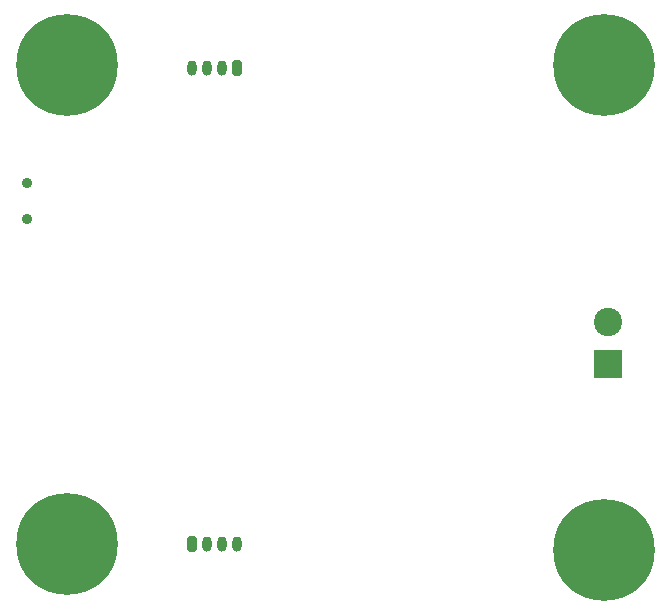
<source format=gbr>
%TF.GenerationSoftware,KiCad,Pcbnew,(6.0.1)*%
%TF.CreationDate,2022-05-20T16:10:24+03:00*%
%TF.ProjectId,STM32_based_project,53544d33-325f-4626-9173-65645f70726f,rev?*%
%TF.SameCoordinates,Original*%
%TF.FileFunction,Soldermask,Bot*%
%TF.FilePolarity,Negative*%
%FSLAX46Y46*%
G04 Gerber Fmt 4.6, Leading zero omitted, Abs format (unit mm)*
G04 Created by KiCad (PCBNEW (6.0.1)) date 2022-05-20 16:10:24*
%MOMM*%
%LPD*%
G01*
G04 APERTURE LIST*
G04 Aperture macros list*
%AMRoundRect*
0 Rectangle with rounded corners*
0 $1 Rounding radius*
0 $2 $3 $4 $5 $6 $7 $8 $9 X,Y pos of 4 corners*
0 Add a 4 corners polygon primitive as box body*
4,1,4,$2,$3,$4,$5,$6,$7,$8,$9,$2,$3,0*
0 Add four circle primitives for the rounded corners*
1,1,$1+$1,$2,$3*
1,1,$1+$1,$4,$5*
1,1,$1+$1,$6,$7*
1,1,$1+$1,$8,$9*
0 Add four rect primitives between the rounded corners*
20,1,$1+$1,$2,$3,$4,$5,0*
20,1,$1+$1,$4,$5,$6,$7,0*
20,1,$1+$1,$6,$7,$8,$9,0*
20,1,$1+$1,$8,$9,$2,$3,0*%
G04 Aperture macros list end*
%ADD10C,0.900000*%
%ADD11C,8.600000*%
%ADD12RoundRect,0.200000X0.200000X0.450000X-0.200000X0.450000X-0.200000X-0.450000X0.200000X-0.450000X0*%
%ADD13O,0.800000X1.300000*%
%ADD14R,2.400000X2.400000*%
%ADD15C,2.400000*%
%ADD16RoundRect,0.200000X-0.200000X-0.450000X0.200000X-0.450000X0.200000X0.450000X-0.200000X0.450000X0*%
G04 APERTURE END LIST*
D10*
%TO.C,H2*%
X132780419Y-69780419D03*
X133725000Y-67500000D03*
X128219581Y-69780419D03*
D11*
X130500000Y-67500000D03*
D10*
X130500000Y-70725000D03*
X132780419Y-65219581D03*
X128219581Y-65219581D03*
X127275000Y-67500000D03*
X130500000Y-64275000D03*
%TD*%
D11*
%TO.C,H3*%
X85000000Y-67500000D03*
D10*
X82719581Y-65219581D03*
X85000000Y-70725000D03*
X87280419Y-65219581D03*
X81775000Y-67500000D03*
X88225000Y-67500000D03*
X87280419Y-69780419D03*
X82719581Y-69780419D03*
X85000000Y-64275000D03*
%TD*%
%TO.C,SW1*%
X81670000Y-80500000D03*
X81670000Y-77500000D03*
%TD*%
%TO.C,H1*%
X82719581Y-110280419D03*
X87280419Y-110280419D03*
X85000000Y-104775000D03*
X81775000Y-108000000D03*
D11*
X85000000Y-108000000D03*
D10*
X87280419Y-105719581D03*
X82719581Y-105719581D03*
X85000000Y-111225000D03*
X88225000Y-108000000D03*
%TD*%
D11*
%TO.C,H4*%
X130500000Y-108500000D03*
D10*
X132780419Y-110780419D03*
X130500000Y-105275000D03*
X128219581Y-106219581D03*
X130500000Y-111725000D03*
X133725000Y-108500000D03*
X128219581Y-110780419D03*
X132780419Y-106219581D03*
X127275000Y-108500000D03*
%TD*%
D12*
%TO.C,J4*%
X99375000Y-67700000D03*
D13*
X98125000Y-67700000D03*
X96875000Y-67700000D03*
X95625000Y-67700000D03*
%TD*%
D14*
%TO.C,J1*%
X130800000Y-92750000D03*
D15*
X130800000Y-89250000D03*
%TD*%
D16*
%TO.C,J3*%
X95625000Y-108000000D03*
D13*
X96875000Y-108000000D03*
X98125000Y-108000000D03*
X99375000Y-108000000D03*
%TD*%
M02*

</source>
